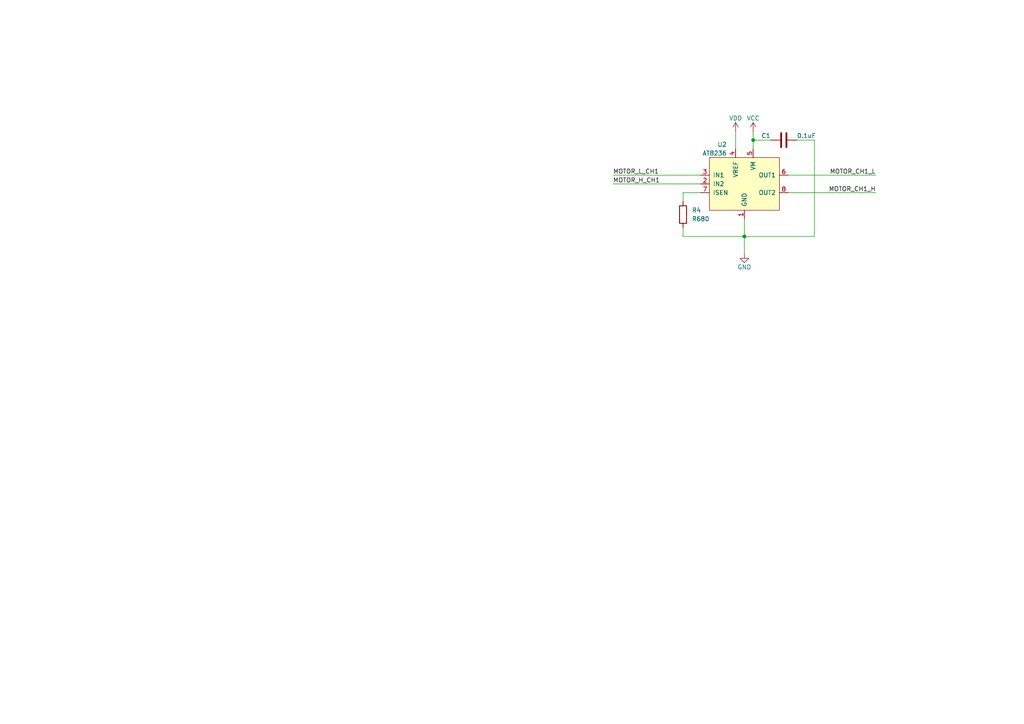
<source format=kicad_sch>
(kicad_sch (version 20250114) (generator "eeschema") (generator_version "9.0")
  (paper "A4")
  (lib_symbols
    (symbol "Append_Motor_Driver:AT8236" (pin_names (offset 1.016))
      (property "Reference" "U" (at 5.08 11.43 0))
      (property "Value" "AT8236" (at 5.08 8.89 0))
      (symbol "AT8236_0_1"
        (rectangle (start -10.16 7.62) (end 10.16 -7.62) (fill (type background)))
      )
      (symbol "AT8236_1_1"
        (pin input line (at -12.7 2.54 0) (length 2.54) (name "IN1") (number "3"))
        (pin input line (at -12.7 0 0) (length 2.54) (name "IN2") (number "2"))
        (pin input line (at -12.7 -2.54 0) (length 2.54) (name "ISEN") (number "7"))
        (pin power_in line (at -2.54 10.16 270) (length 2.54) (name "VREF") (number "4"))
        (pin power_in line (at 0 -10.16 90) (length 2.54) (name "GND") (number "1"))
        (pin power_in line (at 0 -10.16 90) (length 2.54) (hide yes) (name "GND") (number "9"))
        (pin power_in line (at 2.54 10.16 270) (length 2.54) (name "VM") (number "5"))
        (pin power_out line (at 12.7 2.54 180) (length 2.54) (name "OUT1") (number "6"))
        (pin power_out line (at 12.7 -2.54 180) (length 2.54) (name "OUT2") (number "8"))
      )
    )
    (symbol "Device:C" (pin_numbers (hide yes)) (pin_names (offset 0.254))
      (property "Reference" "C" (at 0.635 2.54 0))
      (property "Value" "C" (at 0.635 -2.54 0))
      (symbol "C_0_1"
        (polyline (pts (xy -2.032 0.762) (xy 2.032 0.762)) (stroke (width 0.508)))
        (polyline (pts (xy -2.032 -0.762) (xy 2.032 -0.762)) (stroke (width 0.508)))
      )
      (symbol "C_1_1"
        (pin passive line (at 0 3.81 270) (length 2.794) (name "~") (number "1"))
        (pin passive line (at 0 -3.81 90) (length 2.794) (name "~") (number "2"))
      )
    )
    (symbol "Device:R" (pin_numbers (hide yes)) (pin_names (offset 0))
      (property "Reference" "R" (at 2.032 0 90))
      (property "Value" "R" (at 0 0 90))
      (symbol "R_0_1"
        (rectangle (start -1.016 -2.54) (end 1.016 2.54) (stroke (width 0.254)))
      )
      (symbol "R_1_1"
        (pin passive line (at 0 3.81 270) (length 1.27) (name "~") (number "1"))
        (pin passive line (at 0 -3.81 90) (length 1.27) (name "~") (number "2"))
      )
    )
    (symbol "power:GND" (power) (pin_numbers (hide yes)) (pin_names (offset 0) (hide yes))
      (property "Value" "GND" (at 0 -3.81 0))
      (symbol "GND_0_1"
        (polyline (pts (xy 0 0) (xy 0 -1.27) (xy 1.27 -1.27) (xy 0 -2.54) (xy -1.27 -1.27) (xy 0 -1.27)))
      )
      (symbol "GND_1_1"
        (pin power_in line (at 0 0 270) (length 0) (name "~") (number "1"))
      )
    )
    (symbol "power:VCC" (power) (pin_numbers (hide yes)) (pin_names (offset 0) (hide yes))
      (property "Value" "VCC" (at 0 3.556 0))
      (symbol "VCC_0_1"
        (polyline (pts (xy -0.762 1.27) (xy 0 2.54)))
        (polyline (pts (xy 0 2.54) (xy 0.762 1.27)))
        (polyline (pts (xy 0 0) (xy 0 2.54)))
      )
      (symbol "VCC_1_1"
        (pin power_in line (at 0 0 90) (length 0) (name "~") (number "1"))
      )
    )
    (symbol "power:VDD" (power) (pin_numbers (hide yes)) (pin_names (offset 0) (hide yes))
      (property "Value" "VDD" (at 0 3.556 0))
      (symbol "VDD_0_1"
        (polyline (pts (xy -0.762 1.27) (xy 0 2.54)))
        (polyline (pts (xy 0 2.54) (xy 0.762 1.27)))
        (polyline (pts (xy 0 0) (xy 0 2.54)))
      )
      (symbol "VDD_1_1"
        (pin power_in line (at 0 0 90) (length 0) (name "~") (number "1"))
      )
    )
  )
  (junction (at 215.9 68.58))
  (junction (at 218.44 40.64))
  (wire (pts (xy 198.12 68.58) (xy 215.9 68.58)))
  (wire (pts (xy 198.12 55.88) (xy 198.12 58.42)))
  (wire (pts (xy 215.9 68.58) (xy 215.9 73.66)))
  (wire (pts (xy 218.44 40.64) (xy 223.52 40.64)))
  (wire (pts (xy 231.14 40.64) (xy 236.22 40.64)))
  (wire (pts (xy 218.44 38.1) (xy 218.44 40.64)))
  (wire (pts (xy 177.8 53.34) (xy 203.2 53.34)))
  (wire (pts (xy 198.12 66.04) (xy 198.12 68.58)))
  (wire (pts (xy 215.9 63.5) (xy 215.9 68.58)))
  (wire (pts (xy 213.36 38.1) (xy 213.36 43.18)))
  (wire (pts (xy 215.9 68.58) (xy 236.22 68.58)))
  (wire (pts (xy 228.6 50.8) (xy 254 50.8)))
  (wire (pts (xy 177.8 50.8) (xy 203.2 50.8)))
  (wire (pts (xy 218.44 40.64) (xy 218.44 43.18)))
  (wire (pts (xy 228.6 55.88) (xy 254 55.88)))
  (wire (pts (xy 236.22 40.64) (xy 236.22 68.58)))
  (wire (pts (xy 198.12 55.88) (xy 203.2 55.88)))
  (label "MOTOR_CH1_L" (at 254 50.8 180))
  (label "MOTOR_CH1_H" (at 254 55.88 180))
  (label "MOTOR_H_CH1" (at 177.8 53.34 0))
  (label "MOTOR_L_CH1" (at 177.8 50.8 0))
  (symbol (lib_id "power:VCC") (at 218.44 38.1 0) (unit 1)
    (property "Reference" "#PWR07" (effects (hide yes)))
    (property "Value" "VCC" (at 218.44 34.29 0))
    (property "Description" "Power symbol creates a global label with name \"VCC\"" (effects (hide yes)))
  )
  (symbol (lib_id "Device:C") (at 227.33 40.64 90) (unit 1)
    (property "Reference" "C1" (at 223.52 39.37 90) (effects (justify left)))
    (property "Value" "0.1uF" (at 231.14 39.37 90) (effects (justify right)))
    (property "Footprint" "Capacitor_SMD:C_0603_1608Metric" (effects (hide yes)))
    (property "Description" "Unpolarized capacitor" (effects (hide yes)))
  )
  (symbol (lib_id "Append_Motor_Driver:AT8236") (at 215.9 53.34 0) (unit 1)
    (property "Reference" "U2" (at 210.82 41.91 0) (effects (justify right)))
    (property "Value" "AT8236" (at 210.82 44.45 0) (effects (justify right)))
    (property "Footprint" "Package_SO:SOIC-8-1EP_3.9x4.9mm_P1.27mm_EP2.41x3.3mm_ThermalVias" (effects (hide yes)))
    (property "Datasheet" "https://www.icofchina.com/" (effects (hide yes)))
    (property "Description" "双向直流电机驱动，5.5-36V，4A Max，SOP-8" (effects (hide yes)))
  )
  (symbol (lib_id "power:GND") (at 215.9 73.66 0) (unit 1)
    (property "Reference" "#PWR08" (effects (hide yes)))
    (property "Value" "GND" (at 215.9 77.47 0))
    (property "Description" "Power symbol creates a global label with name \"GND\" , ground" (effects (hide yes)))
  )
  (symbol (lib_id "Device:R") (at 198.12 62.23 0) (unit 1)
    (property "Reference" "R4" (at 200.66 60.9599 0) (effects (justify left)))
    (property "Value" "R680" (at 200.66 63.4999 0) (effects (justify left)))
    (property "Footprint" "Resistor_SMD:R_1210_3225Metric" (effects (hide yes)))
    (property "Description" "Resistor" (effects (hide yes)))
  )
  (symbol (lib_id "power:VDD") (at 213.36 38.1 0) (unit 1)
    (property "Reference" "#PWR06" (effects (hide yes)))
    (property "Value" "VDD" (at 213.36 34.29 0))
    (property "Description" "Power symbol creates a global label with name \"VDD\"" (effects (hide yes)))
  )
)
</source>
